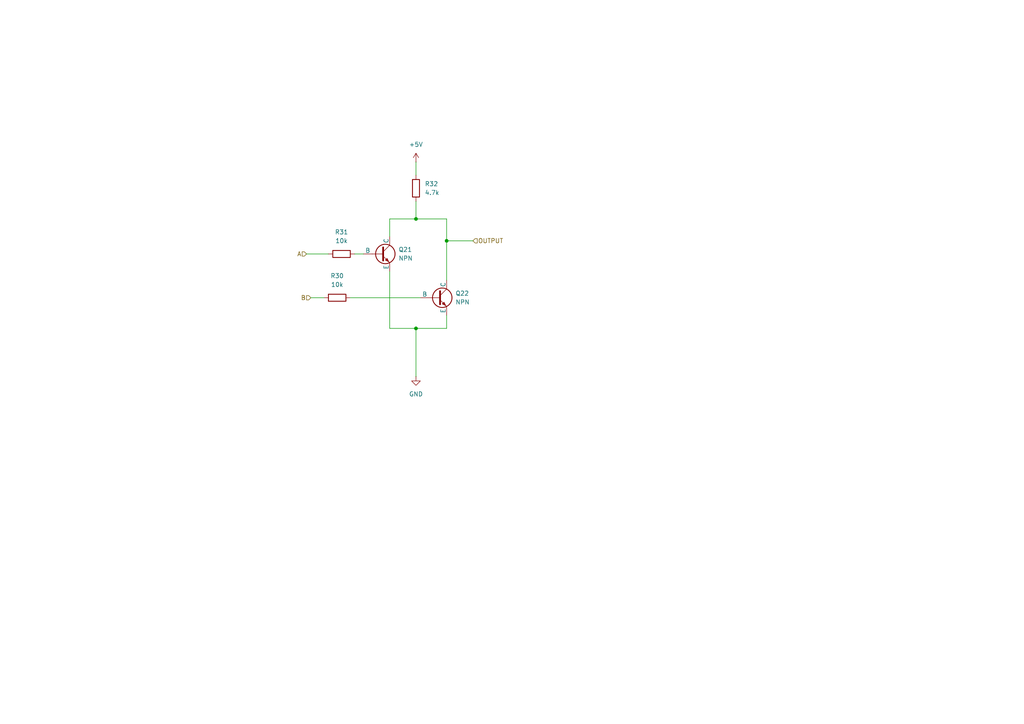
<source format=kicad_sch>
(kicad_sch (version 20231120) (generator "eeschema") (generator_version "8.0")
  (paper "A4")
  (lib_symbols
    (symbol "Device:R" (pin_numbers hide) (pin_names (offset 0))
      (property "Reference" "R" (at 2.032 0 90))
      (property "Value" "R" (at 0 0 90))
      (symbol "R_0_1"
        (rectangle (start -1.016 -2.54) (end 1.016 2.54) (stroke (width 0.254)))
      )
      (symbol "R_1_1"
        (pin passive line (at 0 3.81 270) (length 1.27) (name "~") (number "1"))
        (pin passive line (at 0 -3.81 90) (length 1.27) (name "~") (number "2"))
      )
    )
    (symbol "Simulation_SPICE:NPN" (pin_numbers hide) (pin_names (offset 0))
      (property "Reference" "Q" (at -2.54 7.62 0))
      (property "Value" "NPN" (at -2.54 5.08 0))
      (symbol "NPN_0_1"
        (polyline (pts (xy -2.54 0) (xy 0.635 0)) (stroke (width 0.1524)))
        (polyline (pts (xy 0.635 0.635) (xy 2.54 2.54)))
        (polyline (pts (xy 2.794 -1.27) (xy 2.794 -1.27)) (stroke (width 0.1524)))
        (polyline (pts (xy 2.794 -1.27) (xy 2.794 -1.27)) (stroke (width 0.1524)))
        (polyline (pts (xy 0.635 -0.635) (xy 2.54 -2.54) (xy 2.54 -2.54)))
        (polyline (pts (xy 0.635 1.905) (xy 0.635 -1.905) (xy 0.635 -1.905)) (stroke (width 0.508)))
        (polyline (pts (xy 1.27 -1.778) (xy 1.778 -1.27) (xy 2.286 -2.286) (xy 1.27 -1.778) (xy 1.27 -1.778)) (fill (type outline)))
        (circle (center 1.27 0) (radius 2.8194) (stroke (width 0.254)))
      )
      (symbol "NPN_1_1"
        (pin open_collector line (at 2.54 5.08 270) (length 2.54) (name "C") (number "1"))
        (pin input line (at -5.08 0 0) (length 2.54) (name "B") (number "2"))
        (pin open_emitter line (at 2.54 -5.08 90) (length 2.54) (name "E") (number "3"))
      )
    )
    (symbol "power:+5V" (power) (pin_numbers hide) (pin_names (offset 0) hide)
      (property "Value" "+5V" (at 0 3.556 0))
      (symbol "+5V_0_1"
        (polyline (pts (xy -0.762 1.27) (xy 0 2.54)))
        (polyline (pts (xy 0 0) (xy 0 2.54)))
        (polyline (pts (xy 0 2.54) (xy 0.762 1.27)))
      )
      (symbol "+5V_1_1"
        (pin power_in line (at 0 0 90) (length 0) (name "~") (number "1"))
      )
    )
    (symbol "power:GND" (power) (pin_numbers hide) (pin_names (offset 0) hide)
      (property "Value" "GND" (at 0 -3.81 0))
      (symbol "GND_0_1"
        (polyline (pts (xy 0 0) (xy 0 -1.27) (xy 1.27 -1.27) (xy 0 -2.54) (xy -1.27 -1.27) (xy 0 -1.27)))
      )
      (symbol "GND_1_1"
        (pin power_in line (at 0 0 270) (length 0) (name "~") (number "1"))
      )
    )
  )
  (junction (at 120.65 95.25))
  (junction (at 120.65 63.5))
  (junction (at 129.54 69.85))
  (wire (pts (xy 113.03 63.5) (xy 113.03 68.58)))
  (wire (pts (xy 120.65 63.5) (xy 129.54 63.5)))
  (wire (pts (xy 120.65 46.99) (xy 120.65 50.8)))
  (wire (pts (xy 113.03 78.74) (xy 113.03 95.25)))
  (wire (pts (xy 129.54 91.44) (xy 129.54 95.25)))
  (wire (pts (xy 113.03 95.25) (xy 120.65 95.25)))
  (wire (pts (xy 101.6 86.36) (xy 121.92 86.36)))
  (wire (pts (xy 120.65 95.25) (xy 120.65 109.22)))
  (wire (pts (xy 129.54 69.85) (xy 129.54 81.28)))
  (wire (pts (xy 129.54 95.25) (xy 120.65 95.25)))
  (wire (pts (xy 129.54 63.5) (xy 129.54 69.85)))
  (wire (pts (xy 137.16 69.85) (xy 129.54 69.85)))
  (wire (pts (xy 120.65 58.42) (xy 120.65 63.5)))
  (wire (pts (xy 113.03 63.5) (xy 120.65 63.5)))
  (wire (pts (xy 88.9 73.66) (xy 95.25 73.66)))
  (wire (pts (xy 90.17 86.36) (xy 93.98 86.36)))
  (wire (pts (xy 102.87 73.66) (xy 105.41 73.66)))
  (hierarchical_label "A" (shape input) (at 88.9 73.66 180))
  (hierarchical_label "OUTPUT" (shape input) (at 137.16 69.85 0))
  (hierarchical_label "B" (shape input) (at 90.17 86.36 180))
  (symbol (lib_id "Device:R") (at 120.65 54.61 0) (unit 1)
    (property "Reference" "R13" (at 123.19 53.3399 0) (effects (justify left)))
    (property "Value" "4.7k" (at 123.19 55.8799 0) (effects (justify left)))
    (property "Description" "Resistor" (effects (hide yes)))
    (instances (project "register" (path "" (reference "R32") (unit 1)) (path "" (reference "R29") (unit 1)) (path "" (reference "R13") (unit 1)) (path "" (reference "R16") (unit 1)) (path "" (reference "R64") (unit 1)) (path "" (reference "R61") (unit 1)) (path "" (reference "R48") (unit 1)) (path "" (reference "R45") (unit 1))))
  )
  (symbol (lib_id "power:GND") (at 120.65 109.22 0) (unit 1)
    (property "Reference" "#PWR016" (effects (hide yes)))
    (property "Value" "GND" (at 120.65 114.3 0))
    (property "Description" "Power symbol creates a global label with name \"GND\" , ground" (effects (hide yes)))
    (instances (project "register" (path "" (reference "#PWR032") (unit 1)) (path "" (reference "#PWR030") (unit 1)) (path "" (reference "#PWR016") (unit 1)) (path "" (reference "#PWR018") (unit 1)) (path "" (reference "#PWR060") (unit 1)) (path "" (reference "#PWR058") (unit 1)) (path "" (reference "#PWR046") (unit 1)) (path "" (reference "#PWR044") (unit 1))))
  )
  (symbol (lib_id "Simulation_SPICE:NPN") (at 127 86.36 0) (unit 1)
    (property "Reference" "Q9" (at 132.08 85.0899 0) (effects (justify left)))
    (property "Value" "NPN" (at 132.08 87.6299 0) (effects (justify left)))
    (property "Datasheet" "https://ngspice.sourceforge.io/docs/ngspice-html-manual/manual.xhtml#cha_BJTs" (effects (hide yes)))
    (property "Description" "Bipolar transistor symbol for simulation only, substrate tied to the emitter" (effects (hide yes)))
    (property "Sim.Device" "NPN" (effects (hide yes)))
    (property "Sim.Type" "GUMMELPOON" (effects (hide yes)))
    (property "Sim.Pins" "1=C 2=B 3=E" (effects (hide yes)))
    (instances (project "register" (path "" (reference "Q22") (unit 1)) (path "" (reference "Q20") (unit 1)) (path "" (reference "Q9") (unit 1)) (path "" (reference "Q11") (unit 1)) (path "" (reference "Q44") (unit 1)) (path "" (reference "Q42") (unit 1)) (path "" (reference "Q33") (unit 1)) (path "" (reference "Q31") (unit 1))))
  )
  (symbol (lib_id "Device:R") (at 97.79 86.36 90) (unit 1)
    (property "Reference" "R11" (at 97.79 80.01 90))
    (property "Value" "10k" (at 97.79 82.55 90))
    (property "Description" "Resistor" (effects (hide yes)))
    (instances (project "register" (path "" (reference "R30") (unit 1)) (path "" (reference "R27") (unit 1)) (path "" (reference "R11") (unit 1)) (path "" (reference "R14") (unit 1)) (path "" (reference "R62") (unit 1)) (path "" (reference "R59") (unit 1)) (path "" (reference "R46") (unit 1)) (path "" (reference "R43") (unit 1))))
  )
  (symbol (lib_id "Simulation_SPICE:NPN") (at 110.49 73.66 0) (unit 1)
    (property "Reference" "Q8" (at 115.57 72.3899 0) (effects (justify left)))
    (property "Value" "NPN" (at 115.57 74.9299 0) (effects (justify left)))
    (property "Datasheet" "https://ngspice.sourceforge.io/docs/ngspice-html-manual/manual.xhtml#cha_BJTs" (effects (hide yes)))
    (property "Description" "Bipolar transistor symbol for simulation only, substrate tied to the emitter" (effects (hide yes)))
    (property "Sim.Device" "NPN" (effects (hide yes)))
    (property "Sim.Type" "GUMMELPOON" (effects (hide yes)))
    (property "Sim.Pins" "1=C 2=B 3=E" (effects (hide yes)))
    (instances (project "register" (path "" (reference "Q21") (unit 1)) (path "" (reference "Q19") (unit 1)) (path "" (reference "Q8") (unit 1)) (path "" (reference "Q10") (unit 1)) (path "" (reference "Q43") (unit 1)) (path "" (reference "Q41") (unit 1)) (path "" (reference "Q32") (unit 1)) (path "" (reference "Q30") (unit 1))))
  )
  (symbol (lib_id "power:+5V") (at 120.65 46.99 0) (unit 1)
    (property "Reference" "#PWR015" (effects (hide yes)))
    (property "Value" "+5V" (at 120.65 41.91 0))
    (property "Description" "Power symbol creates a global label with name \"+5V\"" (effects (hide yes)))
    (instances (project "register" (path "" (reference "#PWR031") (unit 1)) (path "" (reference "#PWR029") (unit 1)) (path "" (reference "#PWR015") (unit 1)) (path "" (reference "#PWR017") (unit 1)) (path "" (reference "#PWR059") (unit 1)) (path "" (reference "#PWR057") (unit 1)) (path "" (reference "#PWR045") (unit 1)) (path "" (reference "#PWR043") (unit 1))))
  )
  (symbol (lib_id "Device:R") (at 99.06 73.66 90) (unit 1)
    (property "Reference" "R12" (at 99.06 67.31 90))
    (property "Value" "10k" (at 99.06 69.85 90))
    (property "Description" "Resistor" (effects (hide yes)))
    (instances (project "register" (path "" (reference "R31") (unit 1)) (path "" (reference "R28") (unit 1)) (path "" (reference "R12") (unit 1)) (path "" (reference "R15") (unit 1)) (path "" (reference "R63") (unit 1)) (path "" (reference "R60") (unit 1)) (path "" (reference "R47") (unit 1)) (path "" (reference "R44") (unit 1))))
  )
)
</source>
